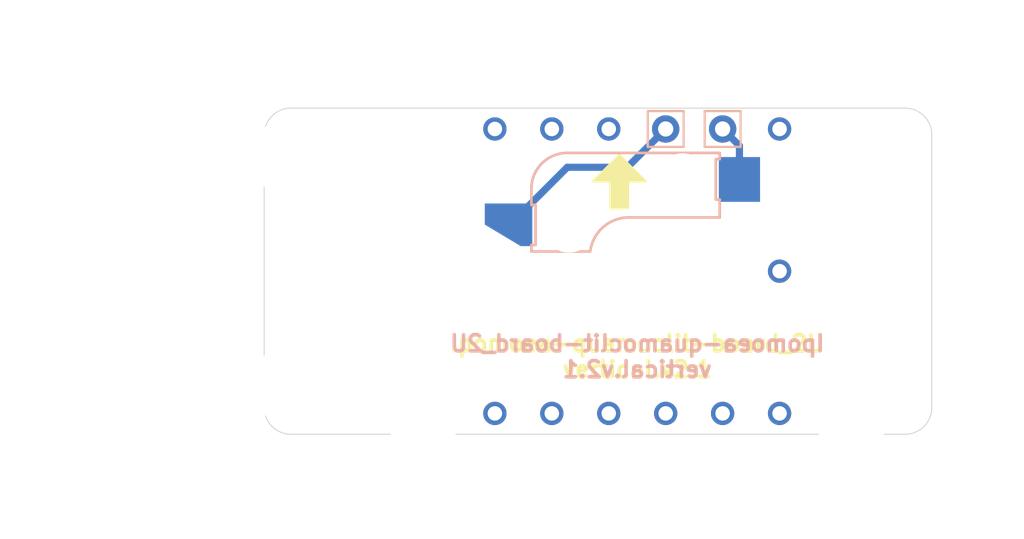
<source format=kicad_pcb>
(kicad_pcb (version 20171130) (host pcbnew "(5.1.6)-1")

  (general
    (thickness 1.6)
    (drawings 16)
    (tracks 5)
    (zones 0)
    (modules 20)
    (nets 3)
  )

  (page A4)
  (layers
    (0 F.Cu signal)
    (31 B.Cu signal)
    (32 B.Adhes user)
    (33 F.Adhes user)
    (34 B.Paste user)
    (35 F.Paste user)
    (36 B.SilkS user)
    (37 F.SilkS user)
    (38 B.Mask user)
    (39 F.Mask user)
    (40 Dwgs.User user)
    (41 Cmts.User user)
    (42 Eco1.User user)
    (43 Eco2.User user)
    (44 Edge.Cuts user)
    (45 Margin user)
    (46 B.CrtYd user)
    (47 F.CrtYd user)
    (48 B.Fab user)
    (49 F.Fab user)
  )

  (setup
    (last_trace_width 0.25)
    (user_trace_width 0.4)
    (user_trace_width 0.8)
    (trace_clearance 0.2)
    (zone_clearance 0.508)
    (zone_45_only no)
    (trace_min 0.2)
    (via_size 0.8)
    (via_drill 0.4)
    (via_min_size 0.4)
    (via_min_drill 0.3)
    (uvia_size 0.3)
    (uvia_drill 0.1)
    (uvias_allowed no)
    (uvia_min_size 0.2)
    (uvia_min_drill 0.1)
    (edge_width 0.05)
    (segment_width 0.2)
    (pcb_text_width 0.3)
    (pcb_text_size 1.5 1.5)
    (mod_edge_width 0.12)
    (mod_text_size 1 1)
    (mod_text_width 0.15)
    (pad_size 1.524 1.524)
    (pad_drill 0.762)
    (pad_to_mask_clearance 0.051)
    (solder_mask_min_width 0.25)
    (aux_axis_origin 0 0)
    (visible_elements 7FFFFFFF)
    (pcbplotparams
      (layerselection 0x010f0_ffffffff)
      (usegerberextensions true)
      (usegerberattributes false)
      (usegerberadvancedattributes false)
      (creategerberjobfile false)
      (excludeedgelayer true)
      (linewidth 0.100000)
      (plotframeref false)
      (viasonmask false)
      (mode 1)
      (useauxorigin false)
      (hpglpennumber 1)
      (hpglpenspeed 20)
      (hpglpendiameter 15.000000)
      (psnegative false)
      (psa4output false)
      (plotreference true)
      (plotvalue true)
      (plotinvisibletext false)
      (padsonsilk false)
      (subtractmaskfromsilk true)
      (outputformat 1)
      (mirror false)
      (drillshape 0)
      (scaleselection 1)
      (outputdirectory "../GERBER/v2.1/I-quamoclit-board_2U.v2.1"))
  )

  (net 0 "")
  (net 1 "Net-(J1-Pad2)")
  (net 2 "Net-(J1-Pad1)")

  (net_class Default "これはデフォルトのネット クラスです。"
    (clearance 0.2)
    (trace_width 0.25)
    (via_dia 0.8)
    (via_drill 0.4)
    (uvia_dia 0.3)
    (uvia_drill 0.1)
    (add_net "Net-(J1-Pad1)")
    (add_net "Net-(J1-Pad2)")
  )

  (module Ipomoea-library:Ipomoea-quamoclit_Board_1U_TH_1 (layer F.Cu) (tedit 5EFB45B4) (tstamp 5F6C42D1)
    (at 7.9375 7.9375)
    (fp_text reference REF** (at 0 1.5875) (layer Dwgs.User)
      (effects (font (size 1 1) (thickness 0.15)))
    )
    (fp_text value Ipomoea-quamoclit_Board_1U_TH_1 (at 0 -1.5875) (layer F.Fab)
      (effects (font (size 1 1) (thickness 0.15)))
    )
    (pad "" thru_hole circle (at 0 0 180) (size 1.3 1.3) (drill 0.81) (layers *.Cu *.Mask))
  )

  (module Ipomoea-library:Ipomoea-quamoclit_Board_1U_TH_1 (layer F.Cu) (tedit 5EFB45B4) (tstamp 5F6C42C9)
    (at 7.9375 -7.9375)
    (fp_text reference REF** (at 0 1.5875) (layer Dwgs.User)
      (effects (font (size 1 1) (thickness 0.15)))
    )
    (fp_text value Ipomoea-quamoclit_Board_1U_TH_1 (at 0 -1.5875) (layer F.Fab)
      (effects (font (size 1 1) (thickness 0.15)))
    )
    (pad "" thru_hole circle (at 0 0 180) (size 1.3 1.3) (drill 0.81) (layers *.Cu *.Mask))
  )

  (module Ipomoea-library:Ipomoea-quamoclit_Board_1U_TH_1 (layer F.Cu) (tedit 5EFB45B4) (tstamp 5F6C3E6F)
    (at -1.5875 -7.9375)
    (fp_text reference REF** (at 0 1.5875) (layer Dwgs.User)
      (effects (font (size 1 1) (thickness 0.15)))
    )
    (fp_text value Ipomoea-quamoclit_Board_1U_TH_1 (at 0 -1.5875) (layer F.Fab)
      (effects (font (size 1 1) (thickness 0.15)))
    )
    (pad "" thru_hole circle (at 0 0 180) (size 1.3 1.3) (drill 0.81) (layers *.Cu *.Mask))
  )

  (module Ipomoea-library:Square_2mm_x_2mm_Silk (layer F.Cu) (tedit 5F6B5FC4) (tstamp 5F6C9FDB)
    (at 4.7625 -7.9375)
    (fp_text reference * (at 0 0.5) (layer Dwgs.User)
      (effects (font (size 1 1) (thickness 0.15)))
    )
    (fp_text value " " (at 0 -0.5) (layer F.Fab)
      (effects (font (size 1 1) (thickness 0.15)))
    )
    (fp_line (start -1 -1) (end -1 1) (layer F.SilkS) (width 0.12))
    (fp_line (start -1 1) (end 1 1) (layer F.SilkS) (width 0.12))
    (fp_line (start 1 1) (end 1 -1) (layer F.SilkS) (width 0.12))
    (fp_line (start 1 -1) (end -1 -1) (layer F.SilkS) (width 0.12))
    (fp_line (start 1 1) (end -1 1) (layer B.SilkS) (width 0.12))
    (fp_line (start -1 -1) (end 1 -1) (layer B.SilkS) (width 0.12))
    (fp_line (start 1 -1) (end 1 1) (layer B.SilkS) (width 0.12))
    (fp_line (start -1 1) (end -1 -1) (layer B.SilkS) (width 0.12))
  )

  (module Ipomoea-library:Square_2mm_x_2mm_Silk (layer F.Cu) (tedit 5F6B5FC4) (tstamp 5F6C9FDB)
    (at 1.5875 -7.9375)
    (fp_text reference * (at 0 0.5) (layer Dwgs.User)
      (effects (font (size 1 1) (thickness 0.15)))
    )
    (fp_text value " " (at 0 -0.5) (layer F.Fab)
      (effects (font (size 1 1) (thickness 0.15)))
    )
    (fp_line (start -1 -1) (end -1 1) (layer F.SilkS) (width 0.12))
    (fp_line (start -1 1) (end 1 1) (layer F.SilkS) (width 0.12))
    (fp_line (start 1 1) (end 1 -1) (layer F.SilkS) (width 0.12))
    (fp_line (start 1 -1) (end -1 -1) (layer F.SilkS) (width 0.12))
    (fp_line (start 1 1) (end -1 1) (layer B.SilkS) (width 0.12))
    (fp_line (start -1 -1) (end 1 -1) (layer B.SilkS) (width 0.12))
    (fp_line (start 1 -1) (end 1 1) (layer B.SilkS) (width 0.12))
    (fp_line (start -1 1) (end -1 -1) (layer B.SilkS) (width 0.12))
  )

  (module Ipomoea-library:Ipomoea-quamoclit_Base_SCREW_HOLE_2.1 (layer F.Cu) (tedit 5E36815D) (tstamp 5EFCA961)
    (at -19.05 0 180)
    (fp_text reference REF** (at 0 3.175) (layer Dwgs.User)
      (effects (font (size 1 1) (thickness 0.15)))
    )
    (fp_text value Ipomoea-quamoclit_Base_SCREW_HOLE_2.1 (at 0 -3.175) (layer F.Fab)
      (effects (font (size 1 1) (thickness 0.15)))
    )
    (pad "" np_thru_hole circle (at 0 0 180) (size 2.1 2.1) (drill 2.1) (layers *.Cu *.Mask))
  )

  (module Ipomoea-library:Ipomoea-quamoclit_Board_1U_TH_1 (layer F.Cu) (tedit 5EFB45B4) (tstamp 5EFC96F8)
    (at -7.9375 -7.9375)
    (fp_text reference REF** (at 0 1.5875) (layer Dwgs.User)
      (effects (font (size 1 1) (thickness 0.15)))
    )
    (fp_text value Ipomoea-quamoclit_Board_1U_TH_1 (at 0 -1.5875) (layer F.Fab)
      (effects (font (size 1 1) (thickness 0.15)))
    )
    (pad "" thru_hole circle (at 0 0 180) (size 1.3 1.3) (drill 0.81) (layers *.Cu *.Mask))
  )

  (module Ipomoea-library:Ipomoea-quamoclit_Board_1U_TH_1 (layer F.Cu) (tedit 5EFB45B4) (tstamp 5EE77EF5)
    (at 7.9375 0)
    (fp_text reference REF** (at 0 1.5875) (layer Dwgs.User)
      (effects (font (size 1 1) (thickness 0.15)))
    )
    (fp_text value Ipomoea-quamoclit_Board_1U_TH_1 (at 0 -1.5875) (layer F.Fab)
      (effects (font (size 1 1) (thickness 0.15)))
    )
    (pad "" thru_hole circle (at 0 0 180) (size 1.3 1.3) (drill 0.81) (layers *.Cu *.Mask))
  )

  (module Ipomoea-library:Ipomoea-quamoclit_Board_1U_TH_1 (layer F.Cu) (tedit 5EFB45B4) (tstamp 5EE77EED)
    (at 4.7625 7.9375)
    (fp_text reference REF** (at 0 1.5875) (layer Dwgs.User)
      (effects (font (size 1 1) (thickness 0.15)))
    )
    (fp_text value Ipomoea-quamoclit_Board_1U_TH_1 (at 0 -1.5875) (layer F.Fab)
      (effects (font (size 1 1) (thickness 0.15)))
    )
    (pad "" thru_hole circle (at 0 0 180) (size 1.3 1.3) (drill 0.81) (layers *.Cu *.Mask))
  )

  (module Ipomoea-library:Ipomoea-quamoclit_Board_1U_TH_1 (layer F.Cu) (tedit 5EFB45B4) (tstamp 5EE77EE5)
    (at 1.5875 7.9375)
    (fp_text reference REF** (at 0 1.5875) (layer Dwgs.User)
      (effects (font (size 1 1) (thickness 0.15)))
    )
    (fp_text value Ipomoea-quamoclit_Board_1U_TH_1 (at 0 -1.5875) (layer F.Fab)
      (effects (font (size 1 1) (thickness 0.15)))
    )
    (pad "" thru_hole circle (at 0 0 180) (size 1.3 1.3) (drill 0.81) (layers *.Cu *.Mask))
  )

  (module Ipomoea-library:Ipomoea-quamoclit_Board_1U_TH_1 (layer F.Cu) (tedit 5EFB45B4) (tstamp 5EE77EDD)
    (at -1.5875 7.9375)
    (fp_text reference REF** (at 0 1.5875) (layer Dwgs.User)
      (effects (font (size 1 1) (thickness 0.15)))
    )
    (fp_text value Ipomoea-quamoclit_Board_1U_TH_1 (at 0 -1.5875) (layer F.Fab)
      (effects (font (size 1 1) (thickness 0.15)))
    )
    (pad "" thru_hole circle (at 0 0 180) (size 1.3 1.3) (drill 0.81) (layers *.Cu *.Mask))
  )

  (module Ipomoea-library:Ipomoea-quamoclit_Board_1U_TH_1 (layer F.Cu) (tedit 5EFB45B4) (tstamp 5EE77ED5)
    (at -4.7625 7.9375)
    (fp_text reference REF** (at 0 1.5875) (layer Dwgs.User)
      (effects (font (size 1 1) (thickness 0.15)))
    )
    (fp_text value Ipomoea-quamoclit_Board_1U_TH_1 (at 0 -1.5875) (layer F.Fab)
      (effects (font (size 1 1) (thickness 0.15)))
    )
    (pad "" thru_hole circle (at 0 0 180) (size 1.3 1.3) (drill 0.81) (layers *.Cu *.Mask))
  )

  (module Ipomoea-library:Ipomoea-quamoclit_Board_1U_TH_1 (layer F.Cu) (tedit 5EFB45B4) (tstamp 5EE77ECD)
    (at -7.9375 7.9375)
    (fp_text reference REF** (at 0 1.5875) (layer Dwgs.User)
      (effects (font (size 1 1) (thickness 0.15)))
    )
    (fp_text value Ipomoea-quamoclit_Board_1U_TH_1 (at 0 -1.5875) (layer F.Fab)
      (effects (font (size 1 1) (thickness 0.15)))
    )
    (pad "" thru_hole circle (at 0 0 180) (size 1.3 1.3) (drill 0.81) (layers *.Cu *.Mask))
  )

  (module Ipomoea-library:Ipomoea-quamoclit_Board_1U_TH_1 (layer F.Cu) (tedit 5EFB45B4) (tstamp 5EE77977)
    (at -4.7625 -7.9375)
    (fp_text reference REF** (at 0 1.5875) (layer Dwgs.User)
      (effects (font (size 1 1) (thickness 0.15)))
    )
    (fp_text value Ipomoea-quamoclit_Board_1U_TH_1 (at 0 -1.5875) (layer F.Fab)
      (effects (font (size 1 1) (thickness 0.15)))
    )
    (pad "" thru_hole circle (at 0 0 180) (size 1.3 1.3) (drill 0.81) (layers *.Cu *.Mask))
  )

  (module Ipomoea-library:HOLE_M2_SPACER (layer F.Cu) (tedit 5D0F3CB5) (tstamp 5EE62696)
    (at -19.05 -6.35)
    (descr "Mounting Hole 2.2mm, no annular, M2")
    (tags "mounting hole 2.2mm no annular m2")
    (attr virtual)
    (fp_text reference Ref** (at 0 -3.2) (layer F.Fab)
      (effects (font (size 1 1) (thickness 0.15)))
    )
    (fp_text value Val** (at 0 3.2) (layer F.Fab)
      (effects (font (size 1 1) (thickness 0.15)))
    )
    (fp_circle (center 0 0) (end 2.2 0) (layer Cmts.User) (width 0.15))
    (fp_circle (center 0 0) (end 2.4 0) (layer F.CrtYd) (width 0.05))
    (fp_text user %R (at 0.3 0) (layer F.Fab)
      (effects (font (size 1 1) (thickness 0.15)))
    )
    (pad "" np_thru_hole circle (at 0 0) (size 4.8 4.8) (drill 4.8) (layers *.Cu *.Mask))
  )

  (module Ipomoea-library:HOLE_M2_SPACER (layer F.Cu) (tedit 5D0F3CB5) (tstamp 5EE6268F)
    (at -19.05 6.35)
    (descr "Mounting Hole 2.2mm, no annular, M2")
    (tags "mounting hole 2.2mm no annular m2")
    (attr virtual)
    (fp_text reference Ref** (at 0 -3.2) (layer F.Fab)
      (effects (font (size 1 1) (thickness 0.15)))
    )
    (fp_text value Val** (at 0 3.2) (layer F.Fab)
      (effects (font (size 1 1) (thickness 0.15)))
    )
    (fp_circle (center 0 0) (end 2.2 0) (layer Cmts.User) (width 0.15))
    (fp_circle (center 0 0) (end 2.4 0) (layer F.CrtYd) (width 0.05))
    (fp_text user %R (at 0.3 0) (layer F.Fab)
      (effects (font (size 1 1) (thickness 0.15)))
    )
    (pad "" np_thru_hole circle (at 0 0) (size 4.8 4.8) (drill 4.8) (layers *.Cu *.Mask))
  )

  (module Ipomoea-library:Ipomoea-quamoclit_Board_2U_Stabilizer_Hole (layer F.Cu) (tedit 5EE0E5F2) (tstamp 5EE6944C)
    (at 0 0)
    (fp_text reference REF** (at 6.35 12.7) (layer Dwgs.User)
      (effects (font (size 1 1) (thickness 0.15)))
    )
    (fp_text value Ipomoea-quamoclit_Board_2U_Stabilizer_Hole (at 0 -14.2875) (layer F.Fab)
      (effects (font (size 1 1) (thickness 0.15)))
    )
    (fp_line (start 15.367 -7.62) (end 8.509 -7.62) (layer Cmts.User) (width 0.1524))
    (fp_line (start -15.367 -7.62) (end -15.367 10.16) (layer Cmts.User) (width 0.1524))
    (fp_line (start -8.509 -7.62) (end -15.367 -7.62) (layer Cmts.User) (width 0.1524))
    (fp_line (start 8.509 -7.62) (end 8.509 7.62) (layer Cmts.User) (width 0.1524))
    (fp_line (start -15.367 10.16) (end 15.367 10.16) (layer Cmts.User) (width 0.1524))
    (fp_line (start -8.509 7.62) (end -8.509 -7.62) (layer Cmts.User) (width 0.1524))
    (fp_line (start 15.367 10.16) (end 15.367 -7.62) (layer Cmts.User) (width 0.1524))
    (fp_line (start 8.509 7.62) (end -8.509 7.62) (layer Cmts.User) (width 0.1524))
    (pad "" np_thru_hole circle (at 11.938 8.255) (size 3.9878 3.9878) (drill 3.9878) (layers *.Cu *.Mask))
    (pad "" np_thru_hole circle (at -11.938 8.255) (size 3.9878 3.9878) (drill 3.9878) (layers *.Cu *.Mask))
    (pad "" np_thru_hole circle (at 11.938 -6.985) (size 3.048 3.048) (drill 3.048) (layers *.Cu *.Mask))
    (pad "" np_thru_hole circle (at -11.938 -6.985) (size 3.048 3.048) (drill 3.048) (layers *.Cu *.Mask))
  )

  (module Ipomoea-library:Ipomoea-quamoclit_Board_2U_SPACER (layer F.Cu) (tedit 5EE619D0) (tstamp 5EE68E88)
    (at 0 0)
    (fp_text reference REF** (at 6.35 12.7) (layer Dwgs.User)
      (effects (font (size 1 1) (thickness 0.15)))
    )
    (fp_text value Ipomoea-quamoclit_Board_2U_SPACER (at 0 -14.2875) (layer F.Fab)
      (effects (font (size 1 1) (thickness 0.15)))
    )
    (fp_circle (center 15.875 -9.525) (end 18.275 -9.525) (layer Eco1.User) (width 0.01))
    (fp_circle (center -15.875 -9.525) (end -13.475 -9.525) (layer Eco1.User) (width 0.01))
    (fp_circle (center 0 -9.525) (end 1.5 -9.525) (layer Eco1.User) (width 0.01))
    (fp_circle (center 0 9.525) (end 1.5 9.525) (layer Eco1.User) (width 0.01))
    (fp_circle (center -9.525 -9.525) (end -8.025 -9.525) (layer Eco1.User) (width 0.01))
    (fp_circle (center 0 9.525) (end 2.4 9.525) (layer Eco1.User) (width 0.01))
    (fp_circle (center 0 -9.525) (end 2 -9.525) (layer Eco1.User) (width 0.01))
    (fp_circle (center -19.05 -9.525) (end -19.05 -7.525) (layer Eco1.User) (width 0.01))
    (fp_circle (center 19.05 -9.525) (end 19.05 -7.525) (layer Eco1.User) (width 0.01))
    (fp_circle (center -15.875 -9.525) (end -15.875 -7.525) (layer Eco1.User) (width 0.01))
    (fp_circle (center 19.05 3.175) (end 19.05 5.175) (layer Eco1.User) (width 0.01))
    (fp_circle (center 19.05 0) (end 19.05 2) (layer Eco1.User) (width 0.01))
    (fp_circle (center 19.05 6.35) (end 19.05 8.35) (layer Eco1.User) (width 0.01))
    (fp_circle (center -9.525 9.525) (end -7.525 9.525) (layer Eco1.User) (width 0.01))
    (fp_circle (center 9.525 9.525) (end 11.525 9.525) (layer Eco1.User) (width 0.01))
    (fp_circle (center 9.525 -9.525) (end 11.925 -9.525) (layer Eco1.User) (width 0.01))
    (fp_circle (center 19.05 -3.175) (end 19.05 -1.175) (layer Eco1.User) (width 0.01))
    (fp_circle (center -9.525 -9.525) (end -7.125 -9.525) (layer Eco1.User) (width 0.01))
    (fp_circle (center -9.525 9.525) (end -8.025 9.525) (layer Eco1.User) (width 0.01))
    (fp_circle (center 0 9.525) (end 2 9.525) (layer Eco1.User) (width 0.01))
    (fp_circle (center 9.525 9.525) (end 11.025 9.525) (layer Eco1.User) (width 0.01))
    (fp_circle (center -9.525 9.525) (end -7.125 9.525) (layer Eco1.User) (width 0.01))
    (fp_circle (center -12.7 -9.525) (end -12.7 -7.525) (layer Eco1.User) (width 0.01))
    (fp_circle (center 15.875 -9.525) (end 15.875 -7.525) (layer Eco1.User) (width 0.01))
    (fp_circle (center 9.525 -9.525) (end 11.525 -9.525) (layer Eco1.User) (width 0.01))
    (fp_circle (center 9.525 -9.525) (end 11.025 -9.525) (layer Eco1.User) (width 0.01))
    (fp_circle (center -9.525 -9.525) (end -7.525 -9.525) (layer Eco1.User) (width 0.01))
    (fp_circle (center 0 -9.525) (end 2.4 -9.525) (layer Eco1.User) (width 0.01))
    (fp_circle (center 19.05 -6.35) (end 19.05 -4.35) (layer Eco1.User) (width 0.01))
    (fp_circle (center 9.525 9.525) (end 11.925 9.525) (layer Eco1.User) (width 0.01))
    (fp_circle (center 6.35 -9.525) (end 6.35 -11.525) (layer Eco1.User) (width 0.01))
    (fp_circle (center 3.175 -9.525) (end 3.175 -11.525) (layer Eco1.User) (width 0.01))
    (fp_circle (center -3.175 9.525) (end -3.175 7.525) (layer Eco1.User) (width 0.01))
    (fp_circle (center -3.175 -9.525) (end -3.175 -11.525) (layer Eco1.User) (width 0.01))
    (fp_circle (center 6.35 9.525) (end 6.35 7.525) (layer Eco1.User) (width 0.01))
    (fp_circle (center 3.175 9.525) (end 3.175 7.525) (layer Eco1.User) (width 0.01))
    (fp_circle (center -6.35 -9.525) (end -6.35 -11.525) (layer Eco1.User) (width 0.01))
    (fp_circle (center -6.35 9.525) (end -6.35 7.525) (layer Eco1.User) (width 0.01))
    (fp_circle (center -19.05 -6.35) (end -19.05 -4.35) (layer Eco1.User) (width 0.01))
    (fp_circle (center -19.05 -3.175) (end -19.05 -1.175) (layer Eco1.User) (width 0.01))
    (fp_circle (center -19.05 0) (end -19.05 2) (layer Eco1.User) (width 0.01))
    (fp_circle (center -19.05 3.175) (end -19.05 5.175) (layer Eco1.User) (width 0.01))
    (fp_circle (center -19.05 6.35) (end -19.05 8.35) (layer Eco1.User) (width 0.01))
    (fp_circle (center -15.875 9.525) (end -15.875 11.525) (layer Eco1.User) (width 0.01))
    (fp_circle (center -19.05 9.525) (end -19.05 11.525) (layer Eco1.User) (width 0.01))
    (fp_circle (center 15.875 9.525) (end 15.875 11.525) (layer Eco1.User) (width 0.01))
    (fp_circle (center 19.05 9.525) (end 19.05 11.525) (layer Eco1.User) (width 0.01))
    (fp_circle (center 12.7 -9.525) (end 14.7 -9.525) (layer Eco1.User) (width 0.01))
    (fp_circle (center 12.7 9.525) (end 14.7 9.525) (layer Eco1.User) (width 0.01))
    (fp_circle (center 19.05 9.525) (end 21.45 9.525) (layer Eco1.User) (width 0.01))
    (fp_circle (center -9.525 9.525) (end -11.025 9.525) (layer Eco1.User) (width 0.01))
    (fp_circle (center -12.7 9.525) (end -12.7 7.525) (layer Eco1.User) (width 0.01))
  )

  (module Ipomoea-library:Ipomoea-quamoclit_Board_1U_TH_2 (layer F.Cu) (tedit 5EDCF8BE) (tstamp 5EFDDA2A)
    (at 3.175 -7.9375)
    (path /5EFD231E)
    (fp_text reference J1 (at 0 1.5875) (layer Dwgs.User)
      (effects (font (size 1 1) (thickness 0.15)))
    )
    (fp_text value Conn_01x02 (at 0 -1.5875) (layer F.Fab)
      (effects (font (size 1 1) (thickness 0.15)))
    )
    (pad 1 thru_hole circle (at -1.5875 0 180) (size 1.524 1.524) (drill 0.85) (layers *.Cu *.Mask)
      (net 2 "Net-(J1-Pad1)"))
    (pad 2 thru_hole circle (at 1.5875 0 180) (size 1.524 1.524) (drill 0.85) (layers *.Cu *.Mask)
      (net 1 "Net-(J1-Pad2)"))
  )

  (module Ipomoea-library:Ipomoea-quamoclit_Board_1U_CherryMX_Hotswap (layer F.Cu) (tedit 5F6C375D) (tstamp 5EFDDA53)
    (at 0 0)
    (path /5E3E4EEB)
    (fp_text reference SW1 (at 7.1 8.2) (layer F.SilkS) hide
      (effects (font (size 1 1) (thickness 0.15)))
    )
    (fp_text value SW_PUSH (at -4.8 8.3) (layer F.Fab) hide
      (effects (font (size 1 1) (thickness 0.15)))
    )
    (fp_poly (pts (xy 6.85 -4.12) (xy 4.55 -4.12) (xy 4.55 -6.12) (xy 6.85 -6.12)) (layer Dwgs.User) (width 0))
    (fp_poly (pts (xy -5.85 -1.58) (xy -8.15 -1.58) (xy -8.15 -3.58) (xy -5.85 -3.58)) (layer Dwgs.User) (width 0))
    (fp_line (start 4.6 -6.6) (end -3.800001 -6.6) (layer B.SilkS) (width 0.15))
    (fp_line (start -5.9 -3.7) (end -5.7 -3.7) (layer B.SilkS) (width 0.15))
    (fp_line (start -5.7 -1.46) (end -5.9 -1.46) (layer B.SilkS) (width 0.15))
    (fp_line (start 4.6 -4) (end 4.4 -4) (layer B.SilkS) (width 0.15))
    (fp_line (start -0.4 -3) (end 4.6 -3) (layer B.SilkS) (width 0.15))
    (fp_line (start 4.4 -6.25) (end 4.6 -6.25) (layer B.SilkS) (width 0.15))
    (fp_line (start -5.9 -1.1) (end -2.62 -1.1) (layer B.SilkS) (width 0.15))
    (fp_line (start 4.6 -3) (end 4.6 -4) (layer B.SilkS) (width 0.15))
    (fp_line (start 4.6 -6.25) (end 4.6 -6.6) (layer B.SilkS) (width 0.15))
    (fp_line (start -5.9 -4.7) (end -5.9 -3.7) (layer B.SilkS) (width 0.15))
    (fp_line (start 4.38 -4) (end 4.38 -6.25) (layer B.SilkS) (width 0.15))
    (fp_line (start -5.67 -3.7) (end -5.67 -1.46) (layer B.SilkS) (width 0.15))
    (fp_line (start -5.9 -1.1) (end -5.9 -1.46) (layer B.SilkS) (width 0.15))
    (fp_poly (pts (xy 0.5 -5) (xy -0.5 -5) (xy -0.5 -3.5) (xy -1.5 -3.5)
      (xy -1.5 -5) (xy -2.5 -5) (xy -1 -6.5)) (layer F.SilkS) (width 0.1))
    (fp_line (start -7 7) (end -6 7) (layer Dwgs.User) (width 0.15))
    (fp_line (start 7 -7) (end 7 -6) (layer Dwgs.User) (width 0.15))
    (fp_line (start -7 -7) (end -6 -7) (layer Dwgs.User) (width 0.15))
    (fp_line (start 7 7) (end 7 6) (layer Dwgs.User) (width 0.15))
    (fp_line (start 6 7) (end 7 7) (layer Dwgs.User) (width 0.15))
    (fp_line (start -7 6) (end -7 7) (layer Dwgs.User) (width 0.15))
    (fp_line (start 7 -7) (end 6 -7) (layer Dwgs.User) (width 0.15))
    (fp_line (start -7 -6) (end -7 -7) (layer Dwgs.User) (width 0.15))
    (fp_line (start -9.525 9.525) (end -9.525 -9.525) (layer Dwgs.User) (width 0.15))
    (fp_line (start 9.525 9.525) (end -9.525 9.525) (layer Dwgs.User) (width 0.15))
    (fp_line (start 9.525 -9.525) (end 9.525 9.525) (layer Dwgs.User) (width 0.15))
    (fp_line (start -9.525 -9.525) (end 9.525 -9.525) (layer Dwgs.User) (width 0.15))
    (fp_arc (start -0.465 -0.83) (end -0.4 -3) (angle -84) (layer B.SilkS) (width 0.15))
    (fp_arc (start -3.9 -4.6) (end -3.800001 -6.6) (angle -90) (layer B.SilkS) (width 0.15))
    (pad "" np_thru_hole circle (at 0 0 90) (size 4.1 4.1) (drill 4.1) (layers *.Cu *.Mask))
    (pad "" np_thru_hole circle (at 5.08 0) (size 1.9 1.9) (drill 1.9) (layers *.Cu *.Mask))
    (pad "" np_thru_hole circle (at -5.08 0) (size 1.9 1.9) (drill 1.9) (layers *.Cu *.Mask))
    (pad 1 smd custom (at -7 -2.7) (size 1.524 1.524) (layers B.Cu B.Paste B.Mask)
      (net 2 "Net-(J1-Pad1)") (zone_connect 0)
      (options (clearance outline) (anchor circle))
      (primitives
        (gr_poly (pts
           (xy 1.15 1.3) (xy 0.5 1.3) (xy -1.5 0.1) (xy -1.5 -1.08) (xy 1.15 -1.08)
) (width 0))
      ))
    (pad "" np_thru_hole circle (at 2.54 -5.08 180) (size 3 3) (drill 3) (layers *.Cu *.Mask))
    (pad 2 smd rect (at 5.7 -5.12 180) (size 2.3 2.5) (layers B.Cu B.Paste B.Mask)
      (net 1 "Net-(J1-Pad2)"))
    (pad "" np_thru_hole circle (at -3.81 -2.54 180) (size 3 3) (drill 3) (layers *.Cu *.Mask))
  )

  (gr_line (start -20.8 -7.6125) (end -20.8 7.6125) (layer Edge.Cuts) (width 0.05) (tstamp 5F6C3B2B))
  (gr_text "Ipomoea-quamoclit-board_2U\nvertical.v2.1" (at 0 4.7625) (layer B.SilkS) (tstamp 5F0221D6)
    (effects (font (size 0.9 0.9) (thickness 0.2)) (justify mirror))
  )
  (gr_text "Ipomoea-quamoclit-board_2U\nvertical.v2.1" (at 0 4.7625) (layer F.SilkS) (tstamp 5F0221D5)
    (effects (font (size 0.9 0.9) (thickness 0.2)))
  )
  (gr_circle (center -19.05 0) (end -21.375 0) (layer Dwgs.User) (width 0.1) (tstamp 5EFC90D3))
  (gr_circle (center -19.05 0) (end -20.8 0) (layer B.Fab) (width 0.15) (tstamp 5EFC90C3))
  (dimension 21.475 (width 0.15) (layer Dwgs.User)
    (gr_text "21.475 mm" (at -10.7375 15.5875) (layer Dwgs.User)
      (effects (font (size 1 1) (thickness 0.15)))
    )
    (feature1 (pts (xy -21.475 7.9375) (xy -21.475 14.873921)))
    (feature2 (pts (xy 0 7.9375) (xy 0 14.873921)))
    (crossbar (pts (xy 0 14.2875) (xy -21.475 14.2875)))
    (arrow1a (pts (xy -21.475 14.2875) (xy -20.348496 13.701079)))
    (arrow1b (pts (xy -21.475 14.2875) (xy -20.348496 14.873921)))
    (arrow2a (pts (xy 0 14.2875) (xy -1.126504 13.701079)))
    (arrow2b (pts (xy 0 14.2875) (xy -1.126504 14.873921)))
  )
  (dimension 16.425 (width 0.15) (layer Dwgs.User)
    (gr_text "16.425 mm" (at 8.2125 15.5875) (layer Dwgs.User)
      (effects (font (size 1 1) (thickness 0.15)))
    )
    (feature1 (pts (xy 0 7.9375) (xy 0 14.873921)))
    (feature2 (pts (xy 16.425 7.9375) (xy 16.425 14.873921)))
    (crossbar (pts (xy 16.425 14.2875) (xy 0 14.2875)))
    (arrow1a (pts (xy 0 14.2875) (xy 1.126504 13.701079)))
    (arrow1b (pts (xy 0 14.2875) (xy 1.126504 14.873921)))
    (arrow2a (pts (xy 16.425 14.2875) (xy 15.298496 13.701079)))
    (arrow2b (pts (xy 16.425 14.2875) (xy 15.298496 14.873921)))
  )
  (gr_line (start -19.3125 -9.1) (end 14.9375 -9.1) (layer Edge.Cuts) (width 0.05) (tstamp 5EE6B5DD))
  (gr_line (start 16.425 7.1) (end 16.425 -7.1) (layer Edge.Cuts) (width 0.05) (tstamp 5EE6253C))
  (gr_line (start -19.3125 9.1) (end 14.9375 9.1) (layer Edge.Cuts) (width 0.05) (tstamp 5EE6253B))
  (gr_line (start 16.425 -7.6125) (end 16.425 -7.1) (layer Edge.Cuts) (width 0.05) (tstamp 5EE62539))
  (gr_line (start 16.425 7.1) (end 16.425 7.6125) (layer Edge.Cuts) (width 0.05) (tstamp 5EE62538))
  (gr_arc (start -19.3125 7.6125) (end -20.8 7.6125) (angle -90) (layer Edge.Cuts) (width 0.05) (tstamp 5EE62537))
  (gr_arc (start -19.3125 -7.6125) (end -19.3125 -9.1) (angle -90) (layer Edge.Cuts) (width 0.05) (tstamp 5EE62536))
  (gr_arc (start 14.9375 7.6125) (end 14.9375 9.1) (angle -90) (layer Edge.Cuts) (width 0.05) (tstamp 5EE62535))
  (gr_arc (start 14.9375 -7.6125) (end 16.425 -7.6125) (angle -90) (layer Edge.Cuts) (width 0.05) (tstamp 5EE62534))

  (segment (start 5.7 -7) (end 4.7625 -7.9375) (width 0.4) (layer B.Cu) (net 1))
  (segment (start 5.7 -5.12) (end 5.7 -7) (width 0.4) (layer B.Cu) (net 1))
  (segment (start -0.55 -5.8) (end 1.5875 -7.9375) (width 0.4) (layer B.Cu) (net 2))
  (segment (start -7 -2.7) (end -3.9 -5.8) (width 0.4) (layer B.Cu) (net 2))
  (segment (start -3.9 -5.8) (end -0.55 -5.8) (width 0.4) (layer B.Cu) (net 2))

)

</source>
